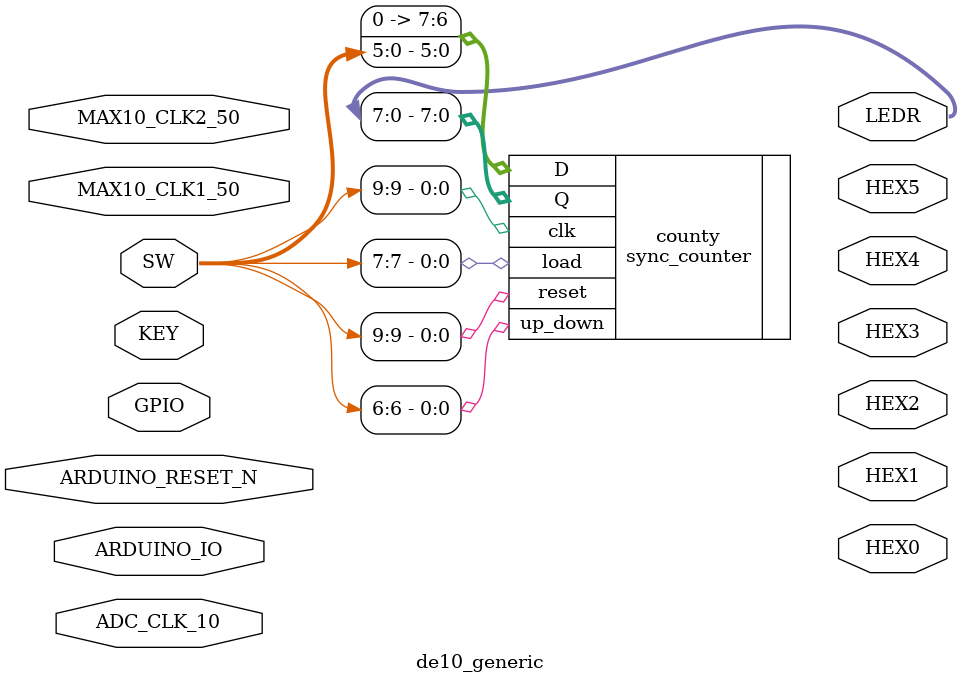
<source format=v>


module de10_generic(

	//////////// CLOCK //////////
	input 		          		ADC_CLK_10,
	input 		          		MAX10_CLK1_50,
	input 		          		MAX10_CLK2_50,

	//////////// SEG7 //////////
	output		     [7:0]		HEX0,
	output		     [7:0]		HEX1,
	output		     [7:0]		HEX2,
	output		     [7:0]		HEX3,
	output		     [7:0]		HEX4,
	output		     [7:0]		HEX5,

	//////////// KEY //////////
	input 		     [1:0]		KEY,

	//////////// LED //////////
	output		     [9:0]		LEDR,

	//////////// SW //////////
	input 		     [9:0]		SW,

	//////////// Arduino //////////
	inout 		    [15:0]		ARDUINO_IO,
	inout 		          		ARDUINO_RESET_N,

	//////////// GPIO, GPIO connect to GPIO Default //////////
	inout 		    [35:0]		GPIO
);

//=======================================================
//  REG/WIRE declarations
//=======================================================

wire [3:0] bcd_connector;

//shift_reg shifty(.D(SW[3:0]),.load(SW[4]),.l_r(SW[5]),.sin(SW[6]),.clk(SW[7]),.reset(SW[8]),.Q(LEDR[5:2]),.sout(LEDR[1]));
sync_counter county(.D({2'b00, SW[5:0]}),.up_down(SW[6]),.load(SW[7]),.reset(SW[9]),.clk(SW[9]),.Q(LEDR[7:0]));
//bcd_counter bcdcounty(.cen(SW[0]),.up_down(SW[1]),.reset(SW[8]),.clk(SW[9]),.Q(bcd_connector));
//bcd_decoder decodey(.bin_in(bcd_connector),.sseg_out(HEX0[7:0]));
//=======================================================
//  Structural coding
//=======================================================



endmodule

</source>
